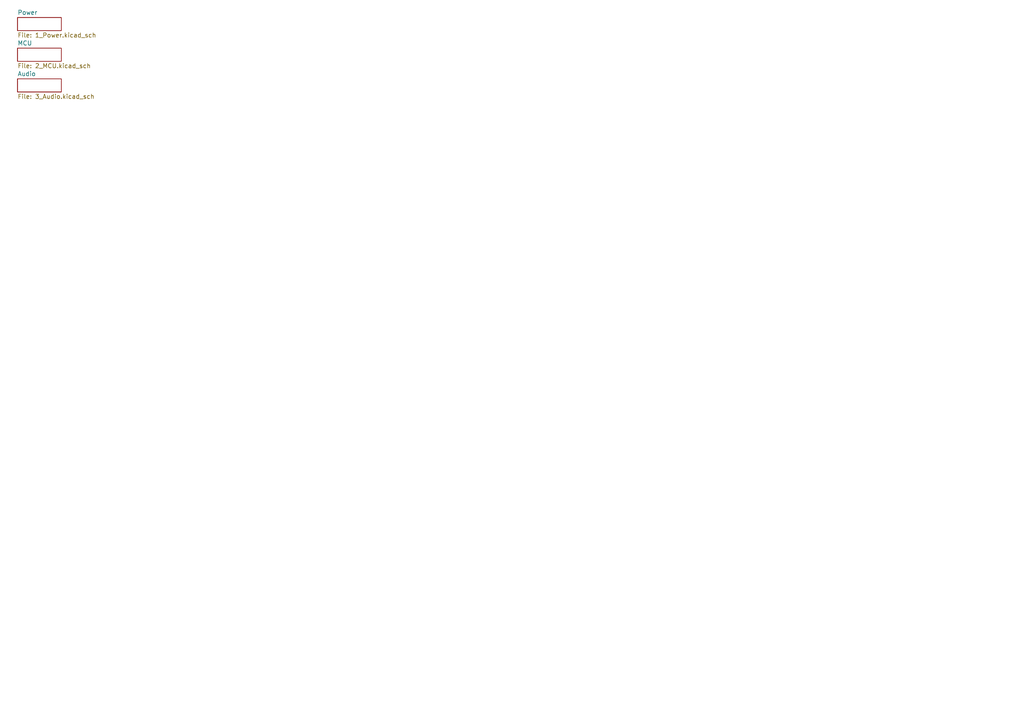
<source format=kicad_sch>
(kicad_sch
	(version 20250114)
	(generator "eeschema")
	(generator_version "9.0")
	(uuid "f3351033-91c2-4d95-a43b-2624fcdf66cc")
	(paper "A4")
	(lib_symbols)
	(sheet
		(at 5.08 13.97)
		(size 12.7 3.81)
		(exclude_from_sim no)
		(in_bom yes)
		(on_board yes)
		(dnp no)
		(fields_autoplaced yes)
		(stroke
			(width 0)
			(type solid)
		)
		(fill
			(color 0 0 0 0.0000)
		)
		(uuid "3d10a86b-fd22-41b1-8236-a47526b5155d")
		(property "Sheetname" "MCU"
			(at 5.08 13.2584 0)
			(effects
				(font
					(size 1.27 1.27)
				)
				(justify left bottom)
			)
		)
		(property "Sheetfile" "2_MCU.kicad_sch"
			(at 5.08 18.3646 0)
			(effects
				(font
					(size 1.27 1.27)
				)
				(justify left top)
			)
		)
		(instances
			(project "EasyEDA-Project"
				(path "/f3351033-91c2-4d95-a43b-2624fcdf66cc"
					(page "2")
				)
			)
		)
	)
	(sheet
		(at 5.08 22.86)
		(size 12.7 3.81)
		(exclude_from_sim no)
		(in_bom yes)
		(on_board yes)
		(dnp no)
		(fields_autoplaced yes)
		(stroke
			(width 0)
			(type solid)
		)
		(fill
			(color 0 0 0 0.0000)
		)
		(uuid "7f2032a1-4e78-4c10-aaba-ce9ac6e57337")
		(property "Sheetname" "Audio"
			(at 5.08 22.1484 0)
			(effects
				(font
					(size 1.27 1.27)
				)
				(justify left bottom)
			)
		)
		(property "Sheetfile" "3_Audio.kicad_sch"
			(at 5.08 27.2546 0)
			(effects
				(font
					(size 1.27 1.27)
				)
				(justify left top)
			)
		)
		(instances
			(project "EasyEDA-Project"
				(path "/f3351033-91c2-4d95-a43b-2624fcdf66cc"
					(page "3")
				)
			)
		)
	)
	(sheet
		(at 5.08 5.08)
		(size 12.7 3.81)
		(exclude_from_sim no)
		(in_bom yes)
		(on_board yes)
		(dnp no)
		(fields_autoplaced yes)
		(stroke
			(width 0)
			(type solid)
		)
		(fill
			(color 0 0 0 0.0000)
		)
		(uuid "b3ae6ab9-da43-4c7a-8ef9-c71e12bce197")
		(property "Sheetname" "Power"
			(at 5.08 4.3684 0)
			(effects
				(font
					(size 1.27 1.27)
				)
				(justify left bottom)
			)
		)
		(property "Sheetfile" "1_Power.kicad_sch"
			(at 5.08 9.4746 0)
			(effects
				(font
					(size 1.27 1.27)
				)
				(justify left top)
			)
		)
		(instances
			(project "EasyEDA-Project"
				(path "/f3351033-91c2-4d95-a43b-2624fcdf66cc"
					(page "1")
				)
			)
		)
	)
)

</source>
